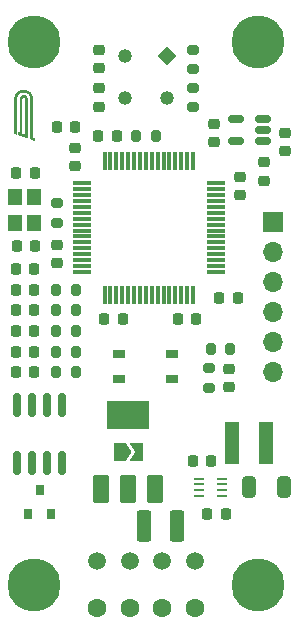
<source format=gbr>
%TF.GenerationSoftware,KiCad,Pcbnew,6.0.8-f2edbf62ab~116~ubuntu20.04.1*%
%TF.CreationDate,2022-10-23T17:18:19+02:00*%
%TF.ProjectId,TireTempSensor_v2.0,54697265-5465-46d7-9053-656e736f725f,rev?*%
%TF.SameCoordinates,Original*%
%TF.FileFunction,Soldermask,Top*%
%TF.FilePolarity,Negative*%
%FSLAX46Y46*%
G04 Gerber Fmt 4.6, Leading zero omitted, Abs format (unit mm)*
G04 Created by KiCad (PCBNEW 6.0.8-f2edbf62ab~116~ubuntu20.04.1) date 2022-10-23 17:18:19*
%MOMM*%
%LPD*%
G01*
G04 APERTURE LIST*
G04 Aperture macros list*
%AMRoundRect*
0 Rectangle with rounded corners*
0 $1 Rounding radius*
0 $2 $3 $4 $5 $6 $7 $8 $9 X,Y pos of 4 corners*
0 Add a 4 corners polygon primitive as box body*
4,1,4,$2,$3,$4,$5,$6,$7,$8,$9,$2,$3,0*
0 Add four circle primitives for the rounded corners*
1,1,$1+$1,$2,$3*
1,1,$1+$1,$4,$5*
1,1,$1+$1,$6,$7*
1,1,$1+$1,$8,$9*
0 Add four rect primitives between the rounded corners*
20,1,$1+$1,$2,$3,$4,$5,0*
20,1,$1+$1,$4,$5,$6,$7,0*
20,1,$1+$1,$6,$7,$8,$9,0*
20,1,$1+$1,$8,$9,$2,$3,0*%
%AMRotRect*
0 Rectangle, with rotation*
0 The origin of the aperture is its center*
0 $1 length*
0 $2 width*
0 $3 Rotation angle, in degrees counterclockwise*
0 Add horizontal line*
21,1,$1,$2,0,0,$3*%
%AMFreePoly0*
4,1,6,1.000000,0.000000,0.500000,-0.750000,-0.500000,-0.750000,-0.500000,0.750000,0.500000,0.750000,1.000000,0.000000,1.000000,0.000000,$1*%
%AMFreePoly1*
4,1,6,0.500000,-0.750000,-0.650000,-0.750000,-0.150000,0.000000,-0.650000,0.750000,0.500000,0.750000,0.500000,-0.750000,0.500000,-0.750000,$1*%
G04 Aperture macros list end*
%ADD10RoundRect,0.200000X0.200000X0.275000X-0.200000X0.275000X-0.200000X-0.275000X0.200000X-0.275000X0*%
%ADD11C,4.500000*%
%ADD12RoundRect,0.218750X-0.218750X-0.256250X0.218750X-0.256250X0.218750X0.256250X-0.218750X0.256250X0*%
%ADD13RoundRect,0.050000X-1.750000X-1.100000X1.750000X-1.100000X1.750000X1.100000X-1.750000X1.100000X0*%
%ADD14RoundRect,0.050000X-0.600000X-1.100000X0.600000X-1.100000X0.600000X1.100000X-0.600000X1.100000X0*%
%ADD15RoundRect,0.225000X-0.250000X0.225000X-0.250000X-0.225000X0.250000X-0.225000X0.250000X0.225000X0*%
%ADD16RoundRect,0.150000X0.512500X0.150000X-0.512500X0.150000X-0.512500X-0.150000X0.512500X-0.150000X0*%
%ADD17RoundRect,0.218750X0.256250X-0.218750X0.256250X0.218750X-0.256250X0.218750X-0.256250X-0.218750X0*%
%ADD18RoundRect,0.062500X-0.325000X-0.062500X0.325000X-0.062500X0.325000X0.062500X-0.325000X0.062500X0*%
%ADD19FreePoly0,0.000000*%
%ADD20FreePoly1,0.000000*%
%ADD21RoundRect,0.225000X-0.225000X-0.250000X0.225000X-0.250000X0.225000X0.250000X-0.225000X0.250000X0*%
%ADD22RoundRect,0.250000X0.325000X0.650000X-0.325000X0.650000X-0.325000X-0.650000X0.325000X-0.650000X0*%
%ADD23RoundRect,0.150000X-0.150000X0.825000X-0.150000X-0.825000X0.150000X-0.825000X0.150000X0.825000X0*%
%ADD24RoundRect,0.225000X0.250000X-0.225000X0.250000X0.225000X-0.250000X0.225000X-0.250000X-0.225000X0*%
%ADD25R,1.150000X1.400000*%
%ADD26C,1.500000*%
%ADD27C,1.600000*%
%ADD28RoundRect,0.225000X0.225000X0.250000X-0.225000X0.250000X-0.225000X-0.250000X0.225000X-0.250000X0*%
%ADD29R,1.150000X3.600000*%
%ADD30RoundRect,0.250000X0.375000X1.075000X-0.375000X1.075000X-0.375000X-1.075000X0.375000X-1.075000X0*%
%ADD31RoundRect,0.200000X-0.200000X-0.275000X0.200000X-0.275000X0.200000X0.275000X-0.200000X0.275000X0*%
%ADD32R,1.000000X0.700000*%
%ADD33RoundRect,0.200000X-0.275000X0.200000X-0.275000X-0.200000X0.275000X-0.200000X0.275000X0.200000X0*%
%ADD34R,0.800000X0.900000*%
%ADD35RoundRect,0.075000X-0.700000X-0.075000X0.700000X-0.075000X0.700000X0.075000X-0.700000X0.075000X0*%
%ADD36RoundRect,0.075000X-0.075000X-0.700000X0.075000X-0.700000X0.075000X0.700000X-0.075000X0.700000X0*%
%ADD37RoundRect,0.200000X0.275000X-0.200000X0.275000X0.200000X-0.275000X0.200000X-0.275000X-0.200000X0*%
%ADD38RoundRect,0.218750X0.218750X0.256250X-0.218750X0.256250X-0.218750X-0.256250X0.218750X-0.256250X0*%
%ADD39RotRect,1.192000X1.192000X45.000000*%
%ADD40C,1.192000*%
%ADD41R,1.700000X1.700000*%
%ADD42O,1.700000X1.700000*%
G04 APERTURE END LIST*
%TO.C,G\u002A\u002A\u002A*%
G36*
X102439283Y-71564806D02*
G01*
X102466964Y-71565481D01*
X102491413Y-71566775D01*
X102514010Y-71568815D01*
X102536133Y-71571728D01*
X102559162Y-71575641D01*
X102584475Y-71580681D01*
X102587007Y-71581215D01*
X102654025Y-71598354D01*
X102718599Y-71620861D01*
X102780486Y-71648603D01*
X102839441Y-71681446D01*
X102895221Y-71719256D01*
X102947584Y-71761900D01*
X102989062Y-71801684D01*
X103029875Y-71847451D01*
X103066116Y-71895818D01*
X103097921Y-71947095D01*
X103125429Y-72001590D01*
X103148776Y-72059614D01*
X103168102Y-72121475D01*
X103183542Y-72187484D01*
X103195236Y-72257948D01*
X103196543Y-72267884D01*
X103196819Y-72271345D01*
X103197084Y-72277392D01*
X103197337Y-72286145D01*
X103197580Y-72297721D01*
X103197812Y-72312239D01*
X103198035Y-72329817D01*
X103198247Y-72350573D01*
X103198450Y-72374627D01*
X103198643Y-72402096D01*
X103198828Y-72433098D01*
X103199005Y-72467753D01*
X103199173Y-72506178D01*
X103199333Y-72548493D01*
X103199486Y-72594815D01*
X103199631Y-72645262D01*
X103199770Y-72699954D01*
X103199902Y-72759008D01*
X103200028Y-72822544D01*
X103200148Y-72890678D01*
X103200262Y-72963531D01*
X103200371Y-73041220D01*
X103200475Y-73123863D01*
X103200575Y-73211579D01*
X103200670Y-73304487D01*
X103200761Y-73402704D01*
X103200848Y-73506350D01*
X103200932Y-73615543D01*
X103201014Y-73730400D01*
X103201092Y-73851041D01*
X103201156Y-73956065D01*
X103202129Y-75615744D01*
X103217843Y-75621518D01*
X103224810Y-75624032D01*
X103236528Y-75628209D01*
X103252088Y-75633726D01*
X103270580Y-75640262D01*
X103291092Y-75647494D01*
X103312715Y-75655100D01*
X103313775Y-75655472D01*
X103393992Y-75683653D01*
X103394031Y-75810733D01*
X103394029Y-75841684D01*
X103393988Y-75867154D01*
X103393885Y-75887663D01*
X103393699Y-75903729D01*
X103393410Y-75915874D01*
X103392994Y-75924616D01*
X103392430Y-75930475D01*
X103391697Y-75933971D01*
X103390773Y-75935623D01*
X103389636Y-75935950D01*
X103388820Y-75935719D01*
X103384966Y-75934307D01*
X103375808Y-75931024D01*
X103361703Y-75925993D01*
X103343003Y-75919341D01*
X103320064Y-75911193D01*
X103293241Y-75901676D01*
X103262887Y-75890914D01*
X103229359Y-75879035D01*
X103193010Y-75866163D01*
X103154195Y-75852424D01*
X103113270Y-75837944D01*
X103070587Y-75822849D01*
X103032542Y-75809399D01*
X103013717Y-75802645D01*
X102996795Y-75796382D01*
X102982597Y-75790931D01*
X102971947Y-75786610D01*
X102965665Y-75783741D01*
X102964344Y-75782864D01*
X102964215Y-75779703D01*
X102964088Y-75770708D01*
X102963963Y-75756047D01*
X102963840Y-75735888D01*
X102963719Y-75710398D01*
X102963601Y-75679743D01*
X102963485Y-75644091D01*
X102963372Y-75603610D01*
X102963262Y-75558467D01*
X102963156Y-75508828D01*
X102963053Y-75454862D01*
X102962954Y-75396735D01*
X102962859Y-75334615D01*
X102962768Y-75268669D01*
X102962682Y-75199064D01*
X102962600Y-75125967D01*
X102962524Y-75049547D01*
X102962452Y-74969970D01*
X102962386Y-74887403D01*
X102962325Y-74802013D01*
X102962270Y-74713969D01*
X102962221Y-74623436D01*
X102962178Y-74530583D01*
X102962141Y-74435577D01*
X102962111Y-74338585D01*
X102962088Y-74239774D01*
X102962073Y-74139311D01*
X102962064Y-74041023D01*
X102962052Y-73900387D01*
X102962029Y-73765505D01*
X102961996Y-73636388D01*
X102961953Y-73513046D01*
X102961899Y-73395491D01*
X102961836Y-73283732D01*
X102961762Y-73177782D01*
X102961677Y-73077649D01*
X102961583Y-72983345D01*
X102961479Y-72894882D01*
X102961364Y-72812268D01*
X102961239Y-72735515D01*
X102961104Y-72664634D01*
X102960959Y-72599636D01*
X102960804Y-72540530D01*
X102960639Y-72487328D01*
X102960464Y-72440041D01*
X102960279Y-72398679D01*
X102960084Y-72363252D01*
X102959879Y-72333772D01*
X102959664Y-72310249D01*
X102959439Y-72292694D01*
X102959204Y-72281117D01*
X102958959Y-72275529D01*
X102958944Y-72275384D01*
X102956947Y-72258154D01*
X102955152Y-72244735D01*
X102953186Y-72233118D01*
X102950675Y-72221291D01*
X102947245Y-72207245D01*
X102943718Y-72193557D01*
X102927275Y-72141531D01*
X102905909Y-72092417D01*
X102879891Y-72046518D01*
X102849490Y-72004134D01*
X102814976Y-71965569D01*
X102776620Y-71931125D01*
X102734692Y-71901102D01*
X102689460Y-71875804D01*
X102641629Y-71855685D01*
X102591421Y-71840492D01*
X102537722Y-71829241D01*
X102481609Y-71821986D01*
X102424157Y-71818778D01*
X102366444Y-71819669D01*
X102309547Y-71824713D01*
X102254543Y-71833960D01*
X102243480Y-71836407D01*
X102204002Y-71847253D01*
X102163878Y-71861480D01*
X102125135Y-71878270D01*
X102089798Y-71896806D01*
X102081467Y-71901780D01*
X102038794Y-71931480D01*
X101999906Y-71965699D01*
X101964958Y-72004174D01*
X101934109Y-72046646D01*
X101907515Y-72092851D01*
X101885333Y-72142530D01*
X101867720Y-72195420D01*
X101854833Y-72251260D01*
X101849091Y-72288807D01*
X101848824Y-72293559D01*
X101848570Y-72303429D01*
X101848328Y-72318456D01*
X101848099Y-72338678D01*
X101847881Y-72364136D01*
X101847676Y-72394866D01*
X101847482Y-72430909D01*
X101847300Y-72472303D01*
X101847131Y-72519088D01*
X101846973Y-72571302D01*
X101846826Y-72628983D01*
X101846691Y-72692172D01*
X101846568Y-72760907D01*
X101846456Y-72835226D01*
X101846356Y-72915169D01*
X101846266Y-73000775D01*
X101846188Y-73092083D01*
X101846121Y-73189131D01*
X101846066Y-73291958D01*
X101846021Y-73400604D01*
X101845987Y-73515106D01*
X101845963Y-73635506D01*
X101845951Y-73761840D01*
X101845948Y-73851180D01*
X101845944Y-73946915D01*
X101845931Y-74041139D01*
X101845910Y-74133675D01*
X101845881Y-74224344D01*
X101845844Y-74312970D01*
X101845799Y-74399375D01*
X101845748Y-74483381D01*
X101845689Y-74564811D01*
X101845624Y-74643488D01*
X101845552Y-74719234D01*
X101845474Y-74791871D01*
X101845391Y-74861223D01*
X101845301Y-74927112D01*
X101845206Y-74989359D01*
X101845106Y-75047789D01*
X101845001Y-75102223D01*
X101844892Y-75152484D01*
X101844778Y-75198394D01*
X101844660Y-75239777D01*
X101844538Y-75276454D01*
X101844412Y-75308248D01*
X101844283Y-75334982D01*
X101844152Y-75356478D01*
X101844017Y-75372559D01*
X101843880Y-75383047D01*
X101843740Y-75387765D01*
X101843698Y-75388028D01*
X101840474Y-75387037D01*
X101832199Y-75384246D01*
X101819477Y-75379866D01*
X101802911Y-75374108D01*
X101783105Y-75367181D01*
X101760663Y-75359296D01*
X101736187Y-75350663D01*
X101724439Y-75346508D01*
X101607429Y-75305088D01*
X101606549Y-73838240D01*
X101606476Y-73706670D01*
X101606421Y-73581094D01*
X101606381Y-73461505D01*
X101606358Y-73347897D01*
X101606352Y-73240261D01*
X101606363Y-73138593D01*
X101606390Y-73042884D01*
X101606433Y-72953129D01*
X101606493Y-72869320D01*
X101606570Y-72791451D01*
X101606664Y-72719514D01*
X101606774Y-72653504D01*
X101606901Y-72593414D01*
X101607045Y-72539236D01*
X101607205Y-72490964D01*
X101607382Y-72448591D01*
X101607575Y-72412111D01*
X101607786Y-72381516D01*
X101608013Y-72356800D01*
X101608257Y-72337957D01*
X101608517Y-72324979D01*
X101608762Y-72318379D01*
X101614508Y-72250870D01*
X101623684Y-72187913D01*
X101636441Y-72129037D01*
X101652932Y-72073768D01*
X101673307Y-72021633D01*
X101697720Y-71972160D01*
X101726320Y-71924876D01*
X101742447Y-71901619D01*
X101786510Y-71845585D01*
X101834102Y-71794291D01*
X101885073Y-71747839D01*
X101939273Y-71706331D01*
X101996554Y-71669869D01*
X102056766Y-71638555D01*
X102119759Y-71612490D01*
X102185385Y-71591777D01*
X102203614Y-71587096D01*
X102234087Y-71580056D01*
X102262144Y-71574563D01*
X102289247Y-71570454D01*
X102316855Y-71567568D01*
X102346428Y-71565744D01*
X102379426Y-71564821D01*
X102406992Y-71564623D01*
X102439283Y-71564806D01*
G37*
G36*
X102439691Y-72029945D02*
G01*
X102488891Y-72036403D01*
X102490999Y-72036803D01*
X102531902Y-72046823D01*
X102568592Y-72060563D01*
X102601874Y-72078454D01*
X102632552Y-72100928D01*
X102660698Y-72127633D01*
X102686892Y-72159538D01*
X102708850Y-72195252D01*
X102726655Y-72234961D01*
X102740390Y-72278850D01*
X102750137Y-72327103D01*
X102750485Y-72329388D01*
X102750810Y-72332059D01*
X102751120Y-72335721D01*
X102751414Y-72340518D01*
X102751693Y-72346595D01*
X102751958Y-72354098D01*
X102752209Y-72363171D01*
X102752445Y-72373958D01*
X102752668Y-72386605D01*
X102752878Y-72401256D01*
X102753075Y-72418056D01*
X102753260Y-72437149D01*
X102753434Y-72458681D01*
X102753595Y-72482796D01*
X102753745Y-72509639D01*
X102753885Y-72539355D01*
X102754014Y-72572088D01*
X102754133Y-72607983D01*
X102754243Y-72647185D01*
X102754343Y-72689838D01*
X102754434Y-72736088D01*
X102754517Y-72786080D01*
X102754592Y-72839957D01*
X102754659Y-72897864D01*
X102754719Y-72959948D01*
X102754771Y-73026351D01*
X102754817Y-73097219D01*
X102754857Y-73172697D01*
X102754892Y-73252929D01*
X102754920Y-73338060D01*
X102754944Y-73428235D01*
X102754963Y-73523599D01*
X102754978Y-73624296D01*
X102754989Y-73730472D01*
X102754997Y-73842270D01*
X102755001Y-73959836D01*
X102755002Y-74034273D01*
X102754999Y-74147308D01*
X102754985Y-74257443D01*
X102754963Y-74364554D01*
X102754931Y-74468517D01*
X102754891Y-74569209D01*
X102754841Y-74666506D01*
X102754783Y-74760285D01*
X102754717Y-74850421D01*
X102754643Y-74936791D01*
X102754561Y-75019272D01*
X102754470Y-75097740D01*
X102754373Y-75172072D01*
X102754268Y-75242143D01*
X102754156Y-75307830D01*
X102754037Y-75369010D01*
X102753911Y-75425558D01*
X102753778Y-75477352D01*
X102753640Y-75524268D01*
X102753495Y-75566181D01*
X102753344Y-75602969D01*
X102753187Y-75634508D01*
X102753025Y-75660674D01*
X102752857Y-75681343D01*
X102752685Y-75696392D01*
X102752507Y-75705698D01*
X102752325Y-75709137D01*
X102752310Y-75709155D01*
X102748536Y-75708133D01*
X102739172Y-75705081D01*
X102724266Y-75700014D01*
X102703869Y-75692951D01*
X102678030Y-75683909D01*
X102646798Y-75672904D01*
X102610223Y-75659955D01*
X102569005Y-75645309D01*
X102516501Y-75626626D01*
X102515001Y-73987008D01*
X102514892Y-73868388D01*
X102514787Y-73755620D01*
X102514685Y-73648554D01*
X102514587Y-73547041D01*
X102514490Y-73450931D01*
X102514395Y-73360076D01*
X102514301Y-73274327D01*
X102514207Y-73193533D01*
X102514113Y-73117547D01*
X102514017Y-73046218D01*
X102513921Y-72979398D01*
X102513822Y-72916938D01*
X102513720Y-72858687D01*
X102513614Y-72804498D01*
X102513505Y-72754220D01*
X102513390Y-72707706D01*
X102513270Y-72664804D01*
X102513145Y-72625367D01*
X102513012Y-72589246D01*
X102512873Y-72556290D01*
X102512725Y-72526351D01*
X102512569Y-72499279D01*
X102512404Y-72474926D01*
X102512229Y-72453142D01*
X102512043Y-72433778D01*
X102511846Y-72416685D01*
X102511638Y-72401713D01*
X102511418Y-72388714D01*
X102511184Y-72377538D01*
X102510937Y-72368036D01*
X102510676Y-72360059D01*
X102510400Y-72353458D01*
X102510108Y-72348084D01*
X102509800Y-72343786D01*
X102509476Y-72340417D01*
X102509134Y-72337827D01*
X102508775Y-72335866D01*
X102508396Y-72334387D01*
X102508025Y-72333305D01*
X102498431Y-72315687D01*
X102484769Y-72300114D01*
X102468637Y-72288294D01*
X102463360Y-72285647D01*
X102455580Y-72282520D01*
X102447932Y-72280454D01*
X102438857Y-72279235D01*
X102426797Y-72278648D01*
X102411493Y-72278479D01*
X102388419Y-72279008D01*
X102370010Y-72280994D01*
X102355025Y-72284832D01*
X102342224Y-72290917D01*
X102330366Y-72299645D01*
X102322763Y-72306735D01*
X102310236Y-72321136D01*
X102301657Y-72335131D01*
X102300262Y-72338389D01*
X102299821Y-72339616D01*
X102299403Y-72341054D01*
X102299008Y-72342862D01*
X102298634Y-72345197D01*
X102298280Y-72348217D01*
X102297947Y-72352081D01*
X102297633Y-72356946D01*
X102297338Y-72362971D01*
X102297060Y-72370313D01*
X102296800Y-72379131D01*
X102296556Y-72389583D01*
X102296329Y-72401827D01*
X102296116Y-72416020D01*
X102295918Y-72432321D01*
X102295734Y-72450888D01*
X102295563Y-72471879D01*
X102295404Y-72495451D01*
X102295257Y-72521764D01*
X102295120Y-72550975D01*
X102294995Y-72583241D01*
X102294878Y-72618722D01*
X102294771Y-72657575D01*
X102294672Y-72699958D01*
X102294580Y-72746030D01*
X102294495Y-72795947D01*
X102294417Y-72849869D01*
X102294343Y-72907953D01*
X102294275Y-72970358D01*
X102294210Y-73037241D01*
X102294149Y-73108761D01*
X102294091Y-73185075D01*
X102294034Y-73266342D01*
X102293979Y-73352719D01*
X102293924Y-73444365D01*
X102293869Y-73541438D01*
X102293813Y-73644095D01*
X102293756Y-73752496D01*
X102293718Y-73823865D01*
X102292953Y-75294341D01*
X102344722Y-75312680D01*
X102362840Y-75319080D01*
X102380452Y-75325270D01*
X102396193Y-75330772D01*
X102408695Y-75335108D01*
X102415243Y-75337347D01*
X102433995Y-75343677D01*
X102433995Y-75597924D01*
X102409243Y-75588992D01*
X102402532Y-75586590D01*
X102390648Y-75582361D01*
X102374078Y-75576475D01*
X102353305Y-75569105D01*
X102328815Y-75560422D01*
X102301093Y-75550599D01*
X102270624Y-75539807D01*
X102237892Y-75528219D01*
X102203384Y-75516005D01*
X102167583Y-75503339D01*
X102156473Y-75499409D01*
X101928455Y-75418758D01*
X101927672Y-75292435D01*
X101927547Y-75265559D01*
X101927510Y-75240636D01*
X101927556Y-75218284D01*
X101927681Y-75199122D01*
X101927880Y-75183770D01*
X101928147Y-75172845D01*
X101928478Y-75166969D01*
X101928681Y-75166112D01*
X101931922Y-75167068D01*
X101939958Y-75169739D01*
X101951931Y-75173831D01*
X101966982Y-75179050D01*
X101984253Y-75185102D01*
X101989960Y-75187113D01*
X102007742Y-75193364D01*
X102023568Y-75198874D01*
X102036580Y-75203349D01*
X102045921Y-75206495D01*
X102050732Y-75208018D01*
X102051172Y-75208115D01*
X102051285Y-75205145D01*
X102051399Y-75196359D01*
X102051516Y-75181939D01*
X102051633Y-75162068D01*
X102051752Y-75136932D01*
X102051870Y-75106712D01*
X102051989Y-75071593D01*
X102052108Y-75031757D01*
X102052227Y-74987389D01*
X102052344Y-74938672D01*
X102052460Y-74885789D01*
X102052575Y-74828924D01*
X102052688Y-74768260D01*
X102052799Y-74703981D01*
X102052907Y-74636270D01*
X102053012Y-74565312D01*
X102053115Y-74491288D01*
X102053213Y-74414383D01*
X102053308Y-74334780D01*
X102053399Y-74252663D01*
X102053485Y-74168215D01*
X102053566Y-74081620D01*
X102053642Y-73993061D01*
X102053712Y-73902721D01*
X102053777Y-73810785D01*
X102053803Y-73770252D01*
X102053874Y-73659105D01*
X102053943Y-73553800D01*
X102054012Y-73454175D01*
X102054081Y-73360072D01*
X102054149Y-73271330D01*
X102054220Y-73187791D01*
X102054291Y-73109295D01*
X102054366Y-73035681D01*
X102054443Y-72966790D01*
X102054524Y-72902463D01*
X102054610Y-72842540D01*
X102054701Y-72786861D01*
X102054797Y-72735266D01*
X102054900Y-72687596D01*
X102055010Y-72643692D01*
X102055128Y-72603393D01*
X102055254Y-72566540D01*
X102055390Y-72532973D01*
X102055534Y-72502532D01*
X102055690Y-72475059D01*
X102055856Y-72450393D01*
X102056034Y-72428374D01*
X102056224Y-72408843D01*
X102056428Y-72391640D01*
X102056644Y-72376606D01*
X102056876Y-72363581D01*
X102057122Y-72352405D01*
X102057384Y-72342919D01*
X102057662Y-72334963D01*
X102057957Y-72328377D01*
X102058270Y-72323001D01*
X102058601Y-72318677D01*
X102058951Y-72315243D01*
X102059320Y-72312542D01*
X102059710Y-72310412D01*
X102059825Y-72309887D01*
X102071250Y-72268298D01*
X102085698Y-72231256D01*
X102103534Y-72197928D01*
X102118469Y-72176042D01*
X102149460Y-72139347D01*
X102183524Y-72107748D01*
X102220433Y-72081331D01*
X102259960Y-72060181D01*
X102301877Y-72044382D01*
X102345956Y-72034019D01*
X102391970Y-72029179D01*
X102439691Y-72029945D01*
G37*
%TD*%
D10*
%TO.C,R8*%
X106825000Y-90250000D03*
X105175000Y-90250000D03*
%TD*%
D11*
%TO.C,H4*%
X103250000Y-67500000D03*
%TD*%
%TO.C,H2*%
X103250000Y-113500000D03*
%TD*%
D12*
%TO.C,D2*%
X101712500Y-86750000D03*
X103287500Y-86750000D03*
%TD*%
D13*
%TO.C,Q1*%
X111250000Y-99150000D03*
D14*
X111250000Y-105350000D03*
X113550000Y-105350000D03*
X108950000Y-105350000D03*
%TD*%
D12*
%TO.C,D4*%
X101712500Y-88500000D03*
X103287500Y-88500000D03*
%TD*%
D15*
%TO.C,C4*%
X120750000Y-78975000D03*
X120750000Y-80525000D03*
%TD*%
D10*
%TO.C,R9*%
X106825000Y-93750000D03*
X105175000Y-93750000D03*
%TD*%
D16*
%TO.C,U2*%
X122637500Y-75950000D03*
X122637500Y-75000000D03*
X122637500Y-74050000D03*
X120362500Y-74050000D03*
X120362500Y-75950000D03*
%TD*%
D17*
%TO.C,FB3*%
X108750000Y-73037500D03*
X108750000Y-71462500D03*
%TD*%
D10*
%TO.C,R4*%
X106825000Y-88500000D03*
X105175000Y-88500000D03*
%TD*%
D12*
%TO.C,FB4*%
X101712500Y-95500000D03*
X103287500Y-95500000D03*
%TD*%
D18*
%TO.C,IC1*%
X117262500Y-104500000D03*
X117262500Y-105000000D03*
X117262500Y-105500000D03*
X117262500Y-106000000D03*
X119237500Y-106000000D03*
X119237500Y-105500000D03*
X119237500Y-105000000D03*
X119237500Y-104500000D03*
%TD*%
D19*
%TO.C,JP1*%
X110525000Y-102250000D03*
D20*
X111975000Y-102250000D03*
%TD*%
D21*
%TO.C,C2*%
X108725000Y-75500000D03*
X110275000Y-75500000D03*
%TD*%
D22*
%TO.C,C16*%
X124425000Y-105250000D03*
X121475000Y-105250000D03*
%TD*%
D12*
%TO.C,D3*%
X101712500Y-90250000D03*
X103287500Y-90250000D03*
%TD*%
D23*
%TO.C,U3*%
X105655000Y-98275000D03*
X104385000Y-98275000D03*
X103115000Y-98275000D03*
X101845000Y-98275000D03*
X101845000Y-103225000D03*
X103115000Y-103225000D03*
X104385000Y-103225000D03*
X105655000Y-103225000D03*
%TD*%
D21*
%TO.C,C1*%
X105225000Y-74750000D03*
X106775000Y-74750000D03*
%TD*%
D24*
%TO.C,C17*%
X108750000Y-69775000D03*
X108750000Y-68225000D03*
%TD*%
D21*
%TO.C,C12*%
X116700000Y-103000000D03*
X118250000Y-103000000D03*
%TD*%
D25*
%TO.C,Y1*%
X101700000Y-80650000D03*
X101700000Y-82850000D03*
X103300000Y-82850000D03*
X103300000Y-80650000D03*
%TD*%
D17*
%TO.C,FB2*%
X122750000Y-79287500D03*
X122750000Y-77712500D03*
%TD*%
D12*
%TO.C,D5*%
X101712500Y-92000000D03*
X103287500Y-92000000D03*
%TD*%
D21*
%TO.C,C13*%
X117950000Y-107500000D03*
X119500000Y-107500000D03*
%TD*%
D15*
%TO.C,C14*%
X124500000Y-75225000D03*
X124500000Y-76775000D03*
%TD*%
D26*
%TO.C,J2*%
X114125000Y-111500000D03*
X116875000Y-111500000D03*
X108625000Y-111500000D03*
X111375000Y-111500000D03*
D27*
X116875000Y-115500000D03*
X114125000Y-115500000D03*
X111375000Y-115500000D03*
X108625000Y-115500000D03*
%TD*%
D28*
%TO.C,C10*%
X103350000Y-84850000D03*
X101800000Y-84850000D03*
%TD*%
D29*
%TO.C,L1*%
X120000000Y-101500000D03*
X122950000Y-101500000D03*
%TD*%
D30*
%TO.C,F1*%
X115400000Y-108500000D03*
X112600000Y-108500000D03*
%TD*%
D31*
%TO.C,R1*%
X111925000Y-75500000D03*
X113575000Y-75500000D03*
%TD*%
D28*
%TO.C,C7*%
X117025000Y-91000000D03*
X115475000Y-91000000D03*
%TD*%
D32*
%TO.C,SW1*%
X115000000Y-96075000D03*
X110500000Y-96075000D03*
X115000000Y-93925000D03*
X110500000Y-93925000D03*
%TD*%
D10*
%TO.C,R10*%
X106825000Y-95500000D03*
X105175000Y-95500000D03*
%TD*%
D33*
%TO.C,R2*%
X105250000Y-81175000D03*
X105250000Y-82825000D03*
%TD*%
D11*
%TO.C,H3*%
X122250000Y-67500000D03*
%TD*%
D24*
%TO.C,C3*%
X105250000Y-86275000D03*
X105250000Y-84725000D03*
%TD*%
D10*
%TO.C,R11*%
X119900000Y-93500000D03*
X118250000Y-93500000D03*
%TD*%
D34*
%TO.C,D1*%
X102800000Y-107500000D03*
X104700000Y-107500000D03*
X103750000Y-105500000D03*
%TD*%
D12*
%TO.C,D6*%
X101712500Y-93750000D03*
X103287500Y-93750000D03*
%TD*%
D35*
%TO.C,U1*%
X107325000Y-79500000D03*
X107325000Y-80000000D03*
X107325000Y-80500000D03*
X107325000Y-81000000D03*
X107325000Y-81500000D03*
X107325000Y-82000000D03*
X107325000Y-82500000D03*
X107325000Y-83000000D03*
X107325000Y-83500000D03*
X107325000Y-84000000D03*
X107325000Y-84500000D03*
X107325000Y-85000000D03*
X107325000Y-85500000D03*
X107325000Y-86000000D03*
X107325000Y-86500000D03*
X107325000Y-87000000D03*
D36*
X109250000Y-88925000D03*
X109750000Y-88925000D03*
X110250000Y-88925000D03*
X110750000Y-88925000D03*
X111250000Y-88925000D03*
X111750000Y-88925000D03*
X112250000Y-88925000D03*
X112750000Y-88925000D03*
X113250000Y-88925000D03*
X113750000Y-88925000D03*
X114250000Y-88925000D03*
X114750000Y-88925000D03*
X115250000Y-88925000D03*
X115750000Y-88925000D03*
X116250000Y-88925000D03*
X116750000Y-88925000D03*
D35*
X118675000Y-87000000D03*
X118675000Y-86500000D03*
X118675000Y-86000000D03*
X118675000Y-85500000D03*
X118675000Y-85000000D03*
X118675000Y-84500000D03*
X118675000Y-84000000D03*
X118675000Y-83500000D03*
X118675000Y-83000000D03*
X118675000Y-82500000D03*
X118675000Y-82000000D03*
X118675000Y-81500000D03*
X118675000Y-81000000D03*
X118675000Y-80500000D03*
X118675000Y-80000000D03*
X118675000Y-79500000D03*
D36*
X116750000Y-77575000D03*
X116250000Y-77575000D03*
X115750000Y-77575000D03*
X115250000Y-77575000D03*
X114750000Y-77575000D03*
X114250000Y-77575000D03*
X113750000Y-77575000D03*
X113250000Y-77575000D03*
X112750000Y-77575000D03*
X112250000Y-77575000D03*
X111750000Y-77575000D03*
X111250000Y-77575000D03*
X110750000Y-77575000D03*
X110250000Y-77575000D03*
X109750000Y-77575000D03*
X109250000Y-77575000D03*
%TD*%
D24*
%TO.C,C15*%
X118500000Y-76025000D03*
X118500000Y-74475000D03*
%TD*%
D37*
%TO.C,R6*%
X116756052Y-69825000D03*
X116756052Y-68175000D03*
%TD*%
D10*
%TO.C,R7*%
X106825000Y-92000000D03*
X105175000Y-92000000D03*
%TD*%
D24*
%TO.C,C5*%
X106750000Y-78025000D03*
X106750000Y-76475000D03*
%TD*%
D11*
%TO.C,H1*%
X122250000Y-113500000D03*
%TD*%
D15*
%TO.C,C11*%
X119825000Y-95225000D03*
X119825000Y-96775000D03*
%TD*%
D21*
%TO.C,C9*%
X101775000Y-78600000D03*
X103325000Y-78600000D03*
%TD*%
D33*
%TO.C,R3*%
X118075000Y-95175000D03*
X118075000Y-96825000D03*
%TD*%
%TO.C,R5*%
X116750000Y-71425000D03*
X116750000Y-73075000D03*
%TD*%
D28*
%TO.C,C6*%
X110775000Y-91000000D03*
X109225000Y-91000000D03*
%TD*%
D38*
%TO.C,FB1*%
X120537500Y-89250000D03*
X118962500Y-89250000D03*
%TD*%
D39*
%TO.C,IC2*%
X114546052Y-68703950D03*
D40*
X114546052Y-72296052D03*
X110953950Y-72296052D03*
X110953950Y-68703950D03*
%TD*%
D41*
%TO.C,J1*%
X123500000Y-82750000D03*
D42*
X123500000Y-85290000D03*
X123500000Y-87830000D03*
X123500000Y-90370000D03*
X123500000Y-92910000D03*
X123500000Y-95450000D03*
%TD*%
M02*

</source>
